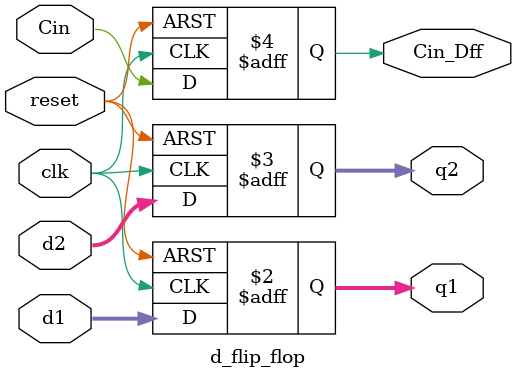
<source format=v>
module d_flip_flop (
    input wire clk,               
    input wire reset,            
    input wire [3:0] d1,         
    input wire [3:0] d2,
    input Cin,    
    output reg [3:0] q1,   
    output reg [3:0] q2,
    output reg Cin_Dff     
);

    always @(posedge clk or posedge reset) begin
        if (reset) begin        
            q1 <= 4'b0000;
            q2 <= 4'b0000;
            Cin_Dff <= 1'b0;
        end else begin   
            q1 <= d1;
            q2 <= d2;
            Cin_Dff <= Cin;
        end
    end
endmodule

</source>
